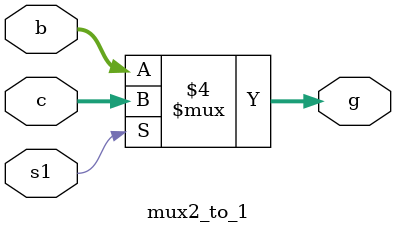
<source format=v>
module mux2_to_1(
  input [7:0] b, c,
  input s1,
  output reg [7:0] g
);
always@(*)
begin
if (s1 == 1'b0)
  begin
    g <= b;
  end
else
  begin
    g <= c;
  end
end
endmodule

</source>
